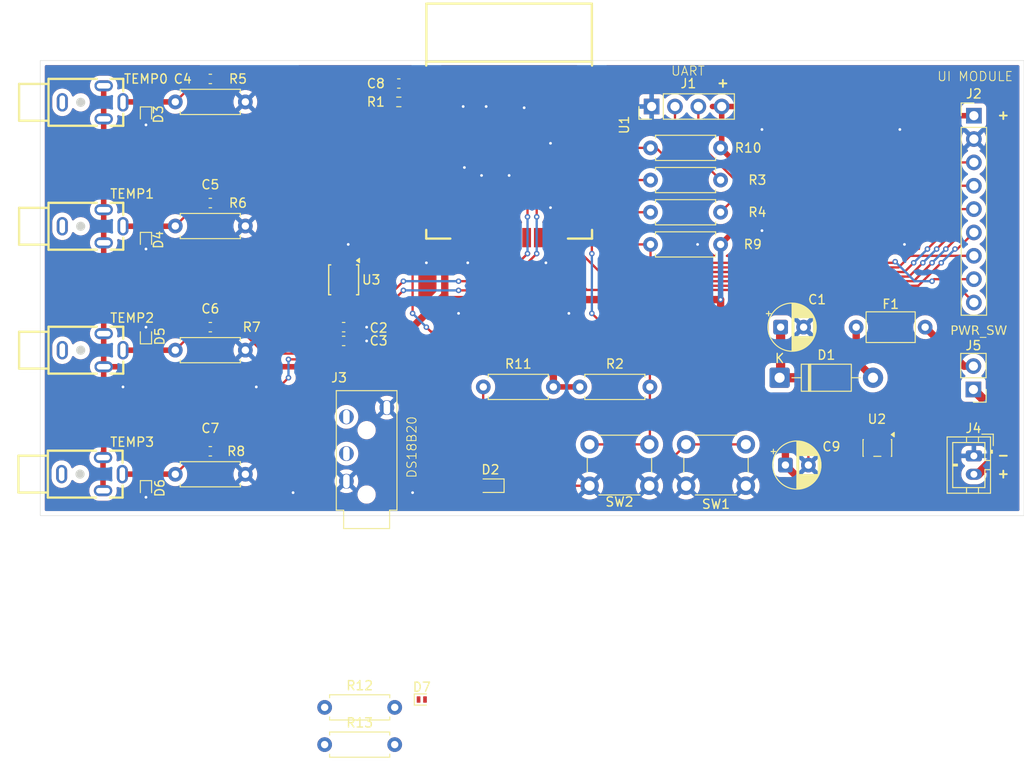
<source format=kicad_pcb>
(kicad_pcb (version 20241229) (generator "pcbnew") (generator_version "9.0")
  (layers (0 "F.Cu" signal) (2 "B.Cu" signal) (13 "F.Paste" user) (15 "B.Paste" user) (5 "F.SilkS" user "F.Silkscreen") (7 "B.SilkS" user "B.Silkscreen") (1 "F.Mask" user) (3 "B.Mask" user) (25 "Edge.Cuts" user))
  (net 0 "")
  (net 1 "GND")
  (net 2 "+3V3")
  (net 3 "/TEMP_IN0")
  (net 4 "/TEMP_IN1")
  (net 5 "/TEMP_IN2")
  (net 6 "/TEMP_IN3")
  (net 7 "Net-(D2-A)")
  (net 8 "Net-(J1-RX)")
  (net 9 "Net-(J1-TX)")
  (net 10 "ESP_ENC_BTN")
  (net 11 "ESP_ENC_B")
  (net 12 "ESP_SCL")
  (net 13 "ESP_BTN_BACK")
  (net 14 "ESP_SDA")
  (net 15 "ESP_ENC_A")
  (net 16 "ESP_BTN_CONFIRM")
  (net 17 "ESP_DAT_TEMP")
  (net 18 "/BATT_PROT")
  (net 19 "ESP_EN")
  (net 20 "ESP_IO0")
  (net 21 "ESP_TX")
  (net 22 "ESP_RX")
  (net 44 "Net-(D1-A)")
  (net 45 "/BATT_IN")
  (net 50 "Net-(J5-Pin_2)")
  (net 51 "Net-(D7-A2)")
  (footprint "Resistor_THT:R_Axial_DIN0207_L6.3mm_D2.5mm_P7.62mm_Horizontal" (layer "F.Cu") (at 84.69 40.5)
    (property "Reference" "R6")
    (property "Value" "100K")
  )
  (footprint "Diode_SMD:D_SOD-882" (layer "F.Cu") (at 81.5 69 -90)
    (property "Reference" "D6")
    (property "Value" "H3V3N10B")
  )
  (footprint "Resistor_THT:R_Axial_DIN0207_L6.3mm_D2.5mm_P7.62mm_Horizontal" (layer "F.Cu") (at 84.69 27)
    (property "Reference" "R5")
    (property "Value" "100K")
  )
  (footprint "Capacitor_SMD:C_0603_1608Metric" (layer "F.Cu") (at 103 51.5)
    (property "Reference" "C2")
    (property "Value" "0.1uF")
  )
  (footprint "Resistor_THT:R_Axial_DIN0207_L6.3mm_D2.5mm_P7.62mm_Horizontal" (layer "F.Cu") (at 125.81 58 180)
    (property "Reference" "R11")
    (property "Value" "470R")
  )
  (footprint "Diode_SMD:D_SOD-882" (layer "F.Cu") (at 81.5 28.35 -90)
    (property "Reference" "D3")
    (property "Value" "H3V3N10B")
  )
  (footprint "Resistor_THT:R_Axial_DIN0207_L6.3mm_D2.5mm_P7.62mm_Horizontal" (layer "F.Cu") (at 128.69 58)
    (property "Reference" "R2")
    (property "Value" "10K")
  )
  (footprint "Resistor_THT:R_Axial_DIN0207_L6.3mm_D2.5mm_P7.62mm_Horizontal" (layer "F.Cu") (at 100.935 92.855)
    (property "Reference" "R12")
    (property "Value" "4K7")
  )
  (footprint "Package_SO:TSSOP-10_3x3mm_P0.5mm" (layer "F.Cu") (at 103 46.35 -90)
    (property "Reference" "U3")
    (property "Value" "ADS1115")
  )
  (footprint "Resistor_THT:R_Axial_DIN0207_L6.3mm_D2.5mm_P7.62mm_Horizontal" (layer "F.Cu") (at 144 35.5 180)
    (property "Reference" "R3")
    (property "Value" "330R")
  )
  (footprint "Connector_PinHeader_2.54mm:PinHeader_1x02_P2.54mm_Vertical" (layer "F.Cu") (at 171.5 58.275 180)
    (property "Reference" "J5")
    (property "Value" "PWR_SW")
  )
  (footprint "Capacitor_SMD:C_0603_1608Metric" (layer "F.Cu") (at 88.5 38)
    (property "Reference" "C5")
    (property "Value" "0.1uF")
  )
  (footprint "Capacitor_SMD:C_0603_1608Metric" (layer "F.Cu") (at 103 53)
    (property "Reference" "C3")
    (property "Value" "10uF")
  )
  (footprint "Diode_THT:D_DO-41_SOD81_P10.16mm_Horizontal" (layer "F.Cu") (at 150.42 57)
    (property "Reference" "D1")
    (property "Value" "1N5819")
  )
  (footprint "Capacitor_THT:CP_Radial_D5.0mm_P2.50mm" (layer "F.Cu") (at 151.05 66.5)
    (property "Reference" "C9")
    (property "Value" "10uF")
  )
  (footprint "Connector_Audio:PJ-320A_TRS" (layer "F.Cu") (at 103.3 73.405 90)
    (property "Reference" "J3")
    (property "Value" "DS18B20_CONNECTOR")
  )
  (footprint "Button_Switch_THT:SW_PUSH_6mm_H5mm" (layer "F.Cu") (at 146.75 68.75 180)
    (property "Reference" "SW1")
    (property "Value" "SW_ENABLE")
  )
  (footprint "Connector_Audio:Jack_2.5MM_PJ210B" (layer "F.Cu") (at 75.7 27.045201 -90)
    (property "Reference" "TEMP0")
    (property "Value" "100K")
    (fp_poly (pts (xy 0.495722 1.234737) (xy 0.46194 1.108658) (xy 0.396677 0.995619) (xy 0.304381 0.903323) (xy 0.191342 0.83806) (xy 0.065263 0.804278) (xy -0.065263 0.804278) (xy -0.191342 0.83806) (xy -0.304381 0.903323) (xy -0.396677 0.995619) (xy -0.46194 1.108658) (xy -0.495722 1.234737) (xy -0.495722 1.365263) (xy -0.46194 1.491342) (xy -0.396677 1.604381) (xy -0.304381 1.696677) (xy -0.191342 1.76194) (xy -0.065263 1.795722) (xy 0.065263 1.795722) (xy 0.191342 1.76194) (xy 0.304381 1.696677) (xy 0.396677 1.604381) (xy 0.46194 1.491342) (xy 0.495722 1.365263)) (fill yes) (layer "Edge.Cuts"))
  )
  (footprint "Capacitor_SMD:C_0603_1608Metric" (layer "F.Cu") (at 109 25 180)
    (property "Reference" "C8")
    (property "Value" "0.1uF")
  )
  (footprint "Resistor_THT:R_Axial_DIN0207_L6.3mm_D2.5mm_P7.62mm_Horizontal" (layer "F.Cu") (at 100.935 96.905)
    (property "Reference" "R13")
    (property "Value" "100R")
  )
  (footprint "Diode_SMD:D_SOD-882" (layer "F.Cu") (at 81.5 52.5 90)
    (property "Reference" "D5")
    (property "Value" "H3V3N10B")
  )
  (footprint "LED_SMD:LED_0603_1608Metric" (layer "F.Cu") (at 118.965784 68.744351 180)
    (property "Reference" "D2")
    (property "Value" "LED")
  )
  (footprint "Capacitor_SMD:C_0603_1608Metric" (layer "F.Cu") (at 88.5 65)
    (property "Reference" "C7")
    (property "Value" "0.1uF")
  )
  (footprint "Connector_JST:JST_PH_B2B-PH-K_1x02_P2.00mm_Vertical" (layer "F.Cu") (at 171.55 65.5 -90)
    (property "Reference" "J4")
    (property "Value" "BATT_CONN")
  )
  (footprint "Resistor_THT:R_Axial_DIN0207_L6.3mm_D2.5mm_P7.62mm_Horizontal" (layer "F.Cu") (at 84.69 67.5)
    (property "Reference" "R8")
    (property "Value" "100K")
  )
  (footprint "Capacitor_THT:C_Axial_L5.1mm_D3.1mm_P7.50mm_Horizontal" (layer "F.Cu") (at 166.25 51.5 180)
    (property "Reference" "F1")
    (property "Value" "RXE090")
  )
  (footprint "Connector_Audio:Jack_2.5MM_PJ210B" (layer "F.Cu") (at 75.628467 67.485034 -90)
    (property "Reference" "TEMP3")
    (property "Value" "100K")
    (fp_poly (pts (xy 0.495722 1.234737) (xy 0.46194 1.108658) (xy 0.396677 0.995619) (xy 0.304381 0.903323) (xy 0.191342 0.83806) (xy 0.065263 0.804278) (xy -0.065263 0.804278) (xy -0.191342 0.83806) (xy -0.304381 0.903323) (xy -0.396677 0.995619) (xy -0.46194 1.108658) (xy -0.495722 1.234737) (xy -0.495722 1.365263) (xy -0.46194 1.491342) (xy -0.396677 1.604381) (xy -0.304381 1.696677) (xy -0.191342 1.76194) (xy -0.065263 1.795722) (xy 0.065263 1.795722) (xy 0.191342 1.76194) (xy 0.304381 1.696677) (xy 0.396677 1.604381) (xy 0.46194 1.491342) (xy 0.495722 1.365263)) (fill yes) (layer "Edge.Cuts"))
  )
  (footprint "Connector_PinHeader_2.54mm:PinHeader_1x09_P2.54mm_Vertical" (layer "F.Cu") (at 171.55 28.5)
    (property "Reference" "J2")
    (property "Value" "UI_MODULE")
  )
  (footprint "Connector_Audio:Jack_2.5MM_PJ210B" (layer "F.Cu") (at 75.7 54.00509 -90)
    (property "Reference" "TEMP2")
    (property "Value" "100K")
    (fp_poly (pts (xy 0.495722 1.234737) (xy 0.46194 1.108658) (xy 0.396677 0.995619) (xy 0.304381 0.903323) (xy 0.191342 0.83806) (xy 0.065263 0.804278) (xy -0.065263 0.804278) (xy -0.191342 0.83806) (xy -0.304381 0.903323) (xy -0.396677 0.995619) (xy -0.46194 1.108658) (xy -0.495722 1.234737) (xy -0.495722 1.365263) (xy -0.46194 1.491342) (xy -0.396677 1.604381) (xy -0.304381 1.696677) (xy -0.191342 1.76194) (xy -0.065263 1.795722) (xy 0.065263 1.795722) (xy 0.191342 1.76194) (xy 0.304381 1.696677) (xy 0.396677 1.604381) (xy 0.46194 1.491342) (xy 0.495722 1.365263)) (fill yes) (layer "Edge.Cuts"))
  )
  (footprint "Capacitor_SMD:C_0603_1608Metric" (layer "F.Cu") (at 88.5 24.5)
    (property "Reference" "C4")
    (property "Value" "0.1uF")
  )
  (footprint "Connector_PinHeader_2.54mm:PinHeader_1x04_P2.54mm_Vertical" (layer "F.Cu") (at 136.5 27.5 90)
    (property "Reference" "J1")
    (property "Value" "UART")
  )
  (footprint "Diode_SMD:D_SOD-882" (layer "F.Cu") (at 81.5 42 -90)
    (property "Reference" "D4")
    (property "Value" "H3V3N10B")
  )
  (footprint "Resistor_THT:R_Axial_DIN0207_L6.3mm_D2.5mm_P7.62mm_Horizontal" (layer "F.Cu") (at 144 39 180)
    (property "Reference" "R4")
    (property "Value" "330R")
  )
  (footprint "Resistor_SMD:R_0603_1608Metric" (layer "F.Cu") (at 109 27)
    (property "Reference" "R1")
    (property "Value" "10K")
  )
  (footprint "Resistor_THT:R_Axial_DIN0207_L6.3mm_D2.5mm_P7.62mm_Horizontal" (layer "F.Cu") (at 136.38 32)
    (property "Reference" "R10")
    (property "Value" "4K7")
  )
  (footprint "Package_TO_SOT_SMD:SOT-23-5" (layer "F.Cu") (at 161.05 64.6375 -90)
    (property "Reference" "U2")
    (property "Value" "AP2112K-3.3")
  )
  (footprint "Diode_SMD:D_SOD-882" (layer "F.Cu") (at 111.5 92)
    (property "Reference" "D7")
    (property "Value" "H3V3N10B")
  )
  (footprint "Button_Switch_THT:SW_PUSH_6mm_H5mm" (layer "F.Cu") (at 136.25 68.75 180)
    (property "Reference" "SW2")
    (property "Value" "SW_BOOT")
  )
  (footprint "Module:ESP32_D0WD" (layer "F.Cu") (at 121 32.745217 -90)
    (property "Reference" "U1")
    (property "Value" "ESP32-WROOM-32D")
  )
  (footprint "Capacitor_THT:CP_Radial_D5.0mm_P2.50mm" (layer "F.Cu") (at 150.53 51.5)
    (property "Reference" "C1")
    (property "Value" "10uF")
  )
  (footprint "Resistor_THT:R_Axial_DIN0207_L6.3mm_D2.5mm_P7.62mm_Horizontal" (layer "F.Cu") (at 136.38 42.5)
    (property "Reference" "R9")
    (property "Value" "4K7")
  )
  (footprint "Resistor_THT:R_Axial_DIN0207_L6.3mm_D2.5mm_P7.62mm_Horizontal" (layer "F.Cu") (at 84.69 54)
    (property "Reference" "R7")
    (property "Value" "100K")
  )
  (footprint "Connector_Audio:Jack_2.5MM_PJ210B" (layer "F.Cu") (at 75.7 40.525145 -90)
    (property "Reference" "TEMP1")
    (property "Value" "100K")
    (fp_poly (pts (xy 0.495722 1.234737) (xy 0.46194 1.108658) (xy 0.396677 0.995619) (xy 0.304381 0.903323) (xy 0.191342 0.83806) (xy 0.065263 0.804278) (xy -0.065263 0.804278) (xy -0.191342 0.83806) (xy -0.304381 0.903323) (xy -0.396677 0.995619) (xy -0.46194 1.108658) (xy -0.495722 1.234737) (xy -0.495722 1.365263) (xy -0.46194 1.491342) (xy -0.396677 1.604381) (xy -0.304381 1.696677) (xy -0.191342 1.76194) (xy -0.065263 1.795722) (xy 0.065263 1.795722) (xy 0.191342 1.76194) (xy 0.304381 1.696677) (xy 0.396677 1.604381) (xy 0.46194 1.491342) (xy 0.495722 1.365263)) (fill yes) (layer "Edge.Cuts"))
  )
  (footprint "Capacitor_SMD:C_0603_1608Metric" (layer "F.Cu") (at 88.5 51.5)
    (property "Reference" "C6")
    (property "Value" "0.1uF")
  )
  (gr_rect (start 70 22.5) (end 177 72) (stroke (width 0.05)) (fill no) (layer "Edge.Cuts"))
  (gr_text "DS18B20" (at 111 68 90) (layer "F.SilkS") (effects (font (size 1 1) (thickness 0.1)) (justify left bottom)))
  (gr_text "+" (at 174 29 0) (layer "F.SilkS") (effects (font (size 1 1) (thickness 0.2) (bold yes)) (justify left bottom)))
  (gr_text "UI MODULE" (at 167.5 24.816947 0) (layer "F.SilkS") (effects (font (size 1 1) (thickness 0.1)) (justify left bottom)))
  (gr_text "+" (at 143.5 25.5 0) (layer "F.SilkS") (effects (font (size 1 1) (thickness 0.2) (bold yes)) (justify left bottom)))
  (gr_text "+" (at 174 68 0) (layer "F.SilkS") (effects (font (size 1 1) (thickness 0.2)) (justify left bottom)))
  (gr_text "PWR_SW" (at 169 52.5 0) (layer "F.SilkS") (effects (font (size 1 1) (thickness 0.1)) (justify left bottom)))
  (gr_text "UART" (at 138.550614 24.219561 0) (layer "F.SilkS") (effects (font (size 1 1) (thickness 0.1)) (justify left bottom)))
  (gr_text "-" (at 174 66 0) (layer "F.SilkS") (effects (font (size 1 1) (thickness 0.2)) (justify left bottom)))
  (segment (start 109.475 23.75) (end 112.25 23.75) (width 0.25) (layer "F.Cu") (net 1))
  (segment (start 119.758933 68.75) (end 119.753284 68.744351) (width 0.25) (layer "F.Cu") (net 1))
  (segment (start 92.31 54) (end 89.81 51.5) (width 0.25) (layer "F.Cu") (net 1))
  (segment (start 103 43) (end 103.5 42.5) (width 0.25) (layer "F.Cu") (net 1))
  (segment (start 118.1 30.77) (end 116 28.67) (width 0.25) (layer "F.Cu") (net 1))
  (segment (start 92.31 40.5) (end 89.81 38) (width 0.25) (layer "F.Cu") (net 1))
  (segment (start 81.5 42.35) (end 81.5 43) (width 0.5) (layer "F.Cu") (net 1))
  (segment (start 154.046717 62.053283) (end 153.55 62.55) (width 0.25) (layer "F.Cu") (net 1))
  (segment (start 89.81 38) (end 89.275 38) (width 0.25) (layer "F.Cu") (net 1))
  (segment (start 116 26.5) (end 116 27.5) (width 0.25) (layer "F.Cu") (net 1))
  (segment (start 89.81 24.5) (end 89.275 24.5) (width 0.25) (layer "F.Cu") (net 1))
  (segment (start 104 44.2) (end 104 43) (width 0.25) (layer "F.Cu") (net 1))
  (segment (start 115.29 34.98) (end 116.135 34.135) (width 0.25) (layer "F.Cu") (net 1))
  (segment (start 115.29 41.51) (end 115.29 34.98) (width 0.25) (layer "F.Cu") (net 1))
  (segment (start 89.81 51.5) (end 89.275 51.5) (width 0.25) (layer "F.Cu") (net 1))
  (segment (start 104 43) (end 103.5 42.5) (width 0.25) (layer "F.Cu") (net 1))
  (segment (start 129.75 68.75) (end 119.758933 68.75) (width 0.25) (layer "F.Cu") (net 1))
  (segment (start 81.5 52.15) (end 81.5 51.5) (width 0.5) (layer "F.Cu") (net 1))
  (segment (start 103.775 51.5) (end 105.5 51.5) (width 0.25) (layer "F.Cu") (net 1))
  (segment (start 103 44.2) (end 103 43) (width 0.25) (layer "F.Cu") (net 1))
  (segment (start 113.25 23.75) (end 116 26.5) (width 0.25) (layer "F.Cu") (net 1))
  (segment (start 103.775 53) (end 105.5 53) (width 0.25) (layer "F.Cu") (net 1))
  (segment (start 92.31 27) (end 89.81 24.5) (width 0.25) (layer "F.Cu") (net 1))
  (segment (start 153.55 62.55) (end 153.55 66.5) (width 0.25) (layer "F.Cu") (net 1))
  (segment (start 81.5 69.35) (end 81.5 70) (width 0.5) (layer "F.Cu") (net 1))
  (segment (start 81.5 28.7) (end 81.5 29.5) (width 0.5) (layer "F.Cu") (net 1))
  (segment (start 89.81 65) (end 89.275 65) (width 0.25) (layer "F.Cu") (net 1))
  (segment (start 160.446717 62.053283) (end 154.046717 62.053283) (width 0.25) (layer "F.Cu") (net 1))
  (segment (start 126.52 23.75) (end 122.635 27.635) (width 0.25) (layer "F.Cu") (net 1))
  (segment (start 92.31 67.5) (end 89.81 65) (width 0.25) (layer "F.Cu") (net 1))
  (segment (start 108.225 25) (end 109.475 23.75) (width 0.25) (layer "F.Cu") (net 1))
  (segment (start 122.635 27.635) (end 120.2 30.07) (width 0.25) (layer "F.Cu") (net 1))
  (segment (start 129.75 23.75) (end 126.52 23.75) (width 0.25) (layer "F.Cu") (net 1))
  (segment (start 161.05 62.656566) (end 160.446717 62.053283) (width 0.25) (layer "F.Cu") (net 1))
  (segment (start 116 28.67) (end 116 27.5) (width 0.25) (layer "F.Cu") (net 1))
  (segment (start 116.135 34.135) (end 118.1 32.17) (width 0.25) (layer "F.Cu") (net 1))
  (segment (start 112.25 23.75) (end 113.25 23.75) (width 0.25) (layer "F.Cu") (net 1))
  (segment (start 161.05 63.5) (end 161.05 62.656566) (width 0.25) (layer "F.Cu") (net 1))
  (via (at 97.5 69.5) (size 0.6) (drill 0.3) (layers "F.Cu" "B.Cu") (net 1))
  (via (at 93.5 58) (size 0.6) (drill 0.3) (layers "F.Cu" "B.Cu") (net 1))
  (via (at 112 44.5) (size 0.6) (drill 0.3) (layers "F.Cu" "B.Cu") (net 1))
  (via (at 105.5 51.5) (size 0.6) (drill 0.3) (layers "F.Cu" "B.Cu") (net 1))
  (via (at 116 27.5) (size 0.6) (drill 0.3) (layers "F.Cu" "B.Cu") (net 1))
  (via (at 125 44.5) (size 0.6) (drill 0.3) (layers "F.Cu" "B.Cu") (net 1))
  (via (at 122.635 27.635) (size 0.6) (drill 0.3) (layers "F.Cu" "B.Cu") (net 1))
  (via (at 141.5 42.5) (size 0.6) (drill 0.3) (layers "F.Cu" "B.Cu") (net 1))
  (via (at 148.5 41) (size 0.6) (drill 0.3) (layers "F.Cu" "B.Cu") (net 1))
  (via (at 125.5 31.5) (size 0.6) (drill 0.3) (layers "F.Cu" "B.Cu") (net 1))
  (via (at 81.5 70) (size 0.6) (drill 0.3) (layers "F.Cu" "B.Cu") (net 1))
  (via (at 79 58) (size 0.6) (drill 0.3) (layers "F.Cu" "B.Cu") (net 1))
  (via (at 81.5 51.5) (size 0.6) (drill 0.3) (layers "F.Cu" "B.Cu") (net 1))
  (via (at 116.135 34.135) (size 0.6) (drill 0.3) (layers "F.Cu" "B.Cu") (net 1))
  (via (at 121 35) (size 0.6) (drill 0.3) (layers "F.Cu" "B.Cu") (net 1))
  (via (at 148.5 30) (size 0.6) (drill 0.3) (layers "F.Cu" "B.Cu") (net 1))
  (via (at 127.5 50) (size 0.6) (drill 0.3) (layers "F.Cu" "B.Cu") (net 1))
  (via (at 81.5 29.5) (size 0.6) (drill 0.3) (layers "F.Cu" "B.Cu") (net 1))
  (via (at 118.5 27.5) (size 0.6) (drill 0.3) (layers "F.Cu" "B.Cu") (net 1))
  (via (at 116.5 44.5) (size 0.6) (drill 0.3) (layers "F.Cu" "B.Cu") (net 1))
  (via (at 103.5 42.5) (size 0.6) (drill 0.3) (layers "F.Cu" "B.Cu") (net 1))
  (via (at 81.5 43) (size 0.6) (drill 0.3) (layers "F.Cu" "B.Cu") (net 1))
  (via (at 110.5 69.5) (size 0.6) (drill 0.3) (layers "F.Cu" "B.Cu") (net 1))
  (via (at 115.5 50) (size 0.6) (drill 0.3) (layers "F.Cu" "B.Cu") (net 1))
  (via (at 105.5 53) (size 0.6) (drill 0.3) (layers "F.Cu" "B.Cu") (net 1))
  (via (at 125.5 38.5) (size 0.6) (drill 0.3) (layers "F.Cu" "B.Cu") (net 1))
  (via (at 118 35) (size 0.6) (drill 0.3) (layers "F.Cu" "B.Cu") (net 1))
  (via (at 163.5 30) (size 0.6) (drill 0.3) (layers "F.Cu" "B.Cu") (net 1))
  (via (at 164 42.5) (size 0.6) (drill 0.3) (layers "F.Cu" "B.Cu") (net 1))
  (segment (start 125.81 58) (end 125.81 48.503404) (width 0.8) (layer "F.Cu") (net 2))
  (segment (start 151.05 61.55) (end 144 54.5) (width 0.8) (layer "F.Cu") (net 2))
  (segment (start 143.12 27.5) (end 168.5 27.5) (width 0.6) (layer "F.Cu") (net 2))
  (segment (start 113.48 25.02) (end 112.25 25.02) (width 0.8) (layer "F.Cu") (net 2))
  (segment (start 125.81 48.503404) (end 125.813404 48.5) (width 0.8) (layer "F.Cu") (net 2))
  (segment (start 108.175 27) (end 108.175 26.6) (width 0.6) (layer "F.Cu") (net 2))
  (segment (start 102.225 53.225) (end 103.5 54.5) (width 0.8) (layer "F.Cu") (net 2))
  (segment (start 152.55 68) (end 151.05 66.5) (width 0.8) (layer "F.Cu") (net 2))
  (segment (start 144 32) (end 146.5 34.5) (width 0.6) (layer "F.Cu") (net 2))
  (segment (start 103 48.5) (end 103 50.725) (width 0.25) (layer "F.Cu") (net 2))
  (segment (start 76.9 55.80509) (end 99.41991 55.80509) (width 0.6) (layer "F.Cu") (net 2))
  (segment (start 114 48) (end 113.601 48.399) (width 0.8) (layer "F.Cu") (net 2))
  (segment (start 162 65.775) (end 159.775 68) (width 0.8) (layer "F.Cu") (net 2))
  (segment (start 125.81 58) (end 128.69 58) (width 0.6) (layer "F.Cu") (net 2))
  (segment (start 76.828467 69.285034) (end 76.828467 65.685034) (width 0.6) (layer "F.Cu") (net 2))
  (segment (start 144.12 27.5) (end 144.12 31.88) (width 0.6) (layer "F.Cu") (net 2))
  (segment (start 144 48.5) (end 144 54.5) (width 0.8) (layer "F.Cu") (net 2))
  (segment (start 168.5 27.5) (end 169.5 28.5) (width 0.6) (layer "F.Cu") (net 2))
  (segment (start 146.5 34.5) (end 146.5 40) (width 0.6) (layer "F.Cu") (net 2))
  (segment (start 113.601 25.141) (end 113.48 25.02) (width 0.6) (layer "F.Cu") (net 2))
  (segment (start 113.702 48.5) (end 113.601 48.399) (width 0.8) (layer "F.Cu") (net 2))
  (segment (start 151.05 66.5) (end 151.05 61.55) (width 0.8) (layer "F.Cu") (net 2))
  (segment (start 169.5 28.5) (end 171.55 28.5) (width 0.6) (layer "F.Cu") (net 2))
  (segment (start 102.225 53) (end 102.225 51.5) (width 0.6) (layer "F.Cu") (net 2))
  (segment (start 146.5 40) (end 144 42.5) (width 0.6) (layer "F.Cu") (net 2))
  (segment (start 76.828467 65.685034) (end 76.828467 65.171533) (width 0.6) (layer "F.Cu") (net 2))
  (segment (start 76.9 28.845201) (end 76.9 25.245201) (width 0.6) (layer "F.Cu") (net 2))
  (segment (start 76.9 65.1) (end 76.9 55.80509) (width 0.6) (layer "F.Cu") (net 2))
  (segment (start 144.12 31.88) (end 144 32) (width 0.6) (layer "F.Cu") (net 2))
  (segment (start 99.41991 55.80509) (end 102.225 53) (width 0.6) (layer "F.Cu") (net 2))
  (segment (start 114 25.54) (end 114 48) (width 0.8) (layer "F.Cu") (net 2))
  (segment (start 103.5 54.5) (end 107.5 54.5) (width 0.8) (layer "F.Cu") (net 2))
  (segment (start 76.9 55.80509) (end 76.9 52.20509) (width 0.6) (layer "F.Cu") (net 2))
  (segment (start 125.813404 48.5) (end 144 48.5) (width 0.8) (layer "F.Cu") (net 2))
  (segment (start 107.5 54.5) (end 113.601 48.399) (width 0.8) (layer "F.Cu") (net 2))
  (segment (start 159.775 68) (end 152.55 68) (width 0.8) (layer "F.Cu") (net 2))
  (segment (start 109.775 25) (end 112.23 25) (width 0.8) (layer "F.Cu") (net 2))
  (segment (start 76.9 42.325145) (end 76.9 38.725145) (width 0.6) (layer "F.Cu") (net 2))
  (segment (start 102.225 53) (end 102.225 53.225) (width 0.8) (layer "F.Cu") (net 2))
  (segment (start 76.9 52.20509) (end 76.9 42.325145) (width 0.6) (layer "F.Cu") (net 2))
  (segment (start 76.9 38.725145) (end 76.9 28.845201) (width 0.6) (layer "F.Cu") (net 2))
  (segment (start 125.813404 48.5) (end 113.702 48.5) (width 0.8) (layer "F.Cu") (net 2))
  (segment (start 103 50.725) (end 102.225 51.5) (width 0.25) (layer "F.Cu") (net 2))
  (segment (start 113.601 25.141) (end 114 25.54) (width 0.8) (layer "F.Cu") (net 2))
  (segment (start 108.175 26.6) (end 109.775 25) (width 0.6) (layer "F.Cu") (net 2))
  (segment (start 112.23 25) (end 112.25 25.02) (width 0.8) (layer "F.Cu") (net 2))
  (segment (start 76.828467 65.171533) (end 76.9 65.1) (width 0.6) (layer "F.Cu") (net 2))
  (via (at 144 48.5) (size 0.6) (drill 0.3) (layers "F.Cu" "B.Cu") (net 2))
  (segment (start 144 42.5) (end 144 48.5) (width 0.6) (layer "B.Cu") (net 2))
  (segment (start 81.5 27) (end 79.045201 27) (width 0.6) (layer "F.Cu") (net 3))
  (segment (start 84.69 27) (end 81.5 27) (width 0.6) (layer "F.Cu") (net 3))
  (segment (start 81.5 28) (end 81.5 27) (width 0.5) (layer "F.Cu") (net 3))
  (segment (start 87.725 23.775) (end 88 23.5) (width 0.25) (layer "F.Cu") (net 3))
  (segment (start 79.045201 27) (end 79 27.045201) (width 0.6) (layer "F.Cu") (net 3))
  (segment (start 84.69 27) (end 87.19 24.5) (width 0.25) (layer "F.Cu") (net 3))
  (segment (start 97.5 23.5) (end 102.5 28.5) (width 0.25) (layer "F.Cu") (net 3))
  (segment (start 102.5 28.5) (end 102.5 44.2) (width 0.25) (layer "F.Cu") (net 3))
  (segment (start 87.725 24.5) (end 87.725 23.775) (width 0.25) (layer "F.Cu") (net 3))
  (segment (start 87.19 24.5) (end 87.725 24.5) (width 0.25) (layer "F.Cu") (net 3))
  (segment (start 88 23.5) (end 97.5 23.5) (width 0.25) (layer "F.Cu") (net 3))
  (segment (start 84.69 40.5) (end 87.19 38) (width 0.25) (layer "F.Cu") (net 4))
  (segment (start 88 37) (end 87.725 37.275) (width 0.25) (layer "F.Cu") (net 4))
  (segment (start 79 40.525145) (end 81.5 40.525145) (width 0.6) (layer "F.Cu") (net 4))
  (segment (start 102 44.2) (end 102 41) (width 0.25) (layer "F.Cu") (net 4))
  (segment (start 81.5 40.525145) (end 81.5 41.65) (width 0.5) (layer "F.Cu") (net 4))
  (segment (start 98 37) (end 88 37) (width 0.25) (layer "F.Cu") (net 4))
  (segment (start 102 41) (end 98 37) (width 0.25) (layer "F.Cu") (net 4))
  (segment (start 87.19 38) (end 87.725 38) (width 0.25) (layer "F.Cu") (net 4))
  (segment (start 81.5 40.525145) (end 84.664855 40.525145) (width 0.6) (layer "F.Cu") (net 4))
  (segment (start 84.664855 40.525145) (end 84.69 40.5) (width 0.6) (layer "F.Cu") (net 4))
  (segment (start 87.725 37.275) (end 87.725 38) (width 0.25) (layer "F.Cu") (net 4))
  (segment (start 84.69 54) (end 87.19 51.5) (width 0.25) (layer "F.Cu") (net 5))
  (segment (start 81.5 54.00509) (end 84.68491 54.00509) (width 0.6) (layer "F.Cu") (net 5))
  (segment (start 87.725 50.775) (end 88 50.5) (width 0.25) (layer "F.Cu") (net 5))
  (segment (start 87.19 51.5) (end 87.725 51.5) (width 0.25) (layer "F.Cu") (net 5))
  (segment (start 102 49.826724) (end 102 48.5) (width 0.25) (layer "F.Cu") (net 5))
  (segment (start 87.725 51.5) (end 87.725 50.775) (width 0.25) (layer "F.Cu") (net 5))
  (segment (start 100.549 51.277724) (end 102 49.826724) (width 0.25) (layer "F.Cu") (net 5))
  (segment (start 79 54.00509) (end 81.5 54.00509) (width 0.6) (layer "F.Cu") (net 5))
  (segment (start 100.549 52.81319) (end 100.549 51.277724) (width 0.25) (layer "F.Cu") (net 5))
  (segment (start 98.874 54.374) (end 100.549 52.81319) (width 0.25) (layer "F.Cu") (net 5))
  (segment (start 81.5 52.85) (end 81.5 54.00509) (width 0.5) (layer "F.Cu") (net 5))
  (segment (start 94.374 54.374) (end 98.874 54.374) (width 0.25) (layer "F.Cu") (net 5))
  (segment (start 90.5 50.5) (end 94.374 54.374) (width 0.25) (layer "F.Cu") (net 5))
  (segment (start 84.68491 54.00509) (end 84.69 54) (width 0.6) (layer "F.Cu") (net 5))
  (segment (start 88 50.5) (end 90.5 50.5) (width 0.25) (layer "F.Cu") (net 5))
  (segment (start 81.5 67.485034) (end 81.5 68.65) (width 0.5) (layer "F.Cu") (net 6))
  (segment (start 84.69 67.5) (end 87.19 65) (width 0.25) (layer "F.Cu") (net 6))
  (segment (start 99 55) (end 101 53) (width 0.25) (layer "F.Cu") (net 6))
  (segment (start 87.725 65) (end 87.725 64.275) (width 0.25) (layer "F.Cu") (net 6))
  (segment (start 84.675034 67.485034) (end 84.69 67.5) (width 0.6) (layer "F.Cu") (net 6))
  (segment (start 101 51.464534) (end 102.5 49.964534) (width 0.25) (layer "F.Cu") (net 6))
  (segment (start 87.19 65) (end 87.725 65) (width 0.25) (layer "F.Cu") (net 6))
  (segment (start 102.5 49.964534) (end 102.5 48.5) (width 0.25) (layer "F.Cu") (net 6))
  (segment (start 81.5 67.485034) (end 84.675034 67.485034) (width 0.6) (layer "F.Cu") (net 6))
  (segment (start 101 53) (end 101 51.464534) (width 0.25) (layer "F.Cu") (net 6))
  (segment (start 87.725 64.275) (end 88.5 63.5) (width 0.25) (layer "F.Cu") (net 6))
  (segment (start 78.928467 67.485034) (end 81.5 67.485034) (width 0.6) (layer "F.Cu") (net 6))
  (segment (start 88.5 63.5) (end 90.5 63.5) (width 0.25) (layer "F.Cu") (net 6))
  (segment (start 97 55) (end 99 55) (width 0.25) (layer "F.Cu") (net 6))
  (segment (start 90.5 63.5) (end 97 57) (width 0.25) (layer "F.Cu") (net 6))
  (via (at 97 57) (size 0.6) (drill 0.3) (layers "F.Cu" "B.Cu") (net 6))
  (via (at 97 55) (size 0.6) (drill 0.3) (layers "F.Cu" "B.Cu") (net 6))
  (segment (start 97 55) (end 97 57) (width 0.25) (layer "B.Cu") (net 6))
  (segment (start 118.178284 58.011716) (end 118.19 58) (width 0.25) (layer "F.Cu") (net 7))
  (segment (start 118.178284 68.744351) (end 118.178284 58.011716) (width 0.25) (layer "F.Cu") (net 7))
  (segment (start 144 39) (end 145.5 37.5) (width 0.25) (layer "F.Cu") (net 8))
  (segment (start 145.5 35.407595) (end 145.5 37.5) (width 0.25) (layer "F.Cu") (net 8))
  (segment (start 141.58 27.5) (end 141.58 31.487595) (width 0.25) (layer "F.Cu") (net 8))
  (segment (start 141.58 31.487595) (end 145.5 35.407595) (width 0.25) (layer "F.Cu") (net 8))
  (segment (start 139.04 27.5) (end 139.04 30.54) (width 0.25) (layer "F.Cu") (net 9))
  (segment (start 139.04 30.54) (end 144 35.5) (width 0.25) (layer "F.Cu") (net 9))
  (segment (start 169.5 43) (end 169.75 43) (width 0.25) (layer "F.Cu") (net 10))
  (segment (start 128 42.63781) (end 132.36219 47) (width 0.25) (layer "F.Cu") (net 10))
  (segment (start 128.529783 38.970217) (end 128 39.5) (width 0.25) (layer "F.Cu") (net 10))
  (segment (start 169.75 43) (end 171.55 41.2) (width 0.25) (layer "F.Cu") (net 10))
  (segment (start 165.5 47) (end 168 44.5) (width 0.25) (layer "F.Cu") (net 10))
  (segment (start 164.5 47) (end 165.5 47) (width 0.25) (layer "F.Cu") (net 10))
  (segment (start 130 38.970217) (end 128.529783 38.970217) (width 0.25) (layer "F.Cu") (net 10))
  (segment (start 128 39.5) (end 128 42.63781) (width 0.25) (layer "F.Cu") (net 10))
  (segment (start 132.36219 47) (end 164.5 47) (width 0.25) (layer "F.Cu") (net 10))
  (via (at 168 44.5) (size 0.6) (drill 0.3) (layers "F.Cu" "B.Cu") (net 10))
  (via (at 169.5 43) (size 0.6) (drill 0.3) (layers "F.Cu" "B.Cu") (net 10))
  (segment (start 168 44.5) (end 169.5 43) (width 0.25) (layer "B.Cu") (net 10))
  (segment (start 132 45.36219) (end 132 37) (width 0.25) (layer "F.Cu") (net 11))
  (segment (start 169 36.5) (end 169.38 36.12) (width 0.25) (layer "F.Cu") (net 11))
  (segment (start 169.38 36.12) (end 171.55 36.12) (width 0.25) (layer "F.Cu") (net 11))
  (segment (start 164 46) (end 132.63781 46) (width 0.25) (layer "F.Cu") (net 11))
  (segment (start 132.63781 46) (end 132 45.36219) (width 0.25) (layer "F.Cu") (net 11))
  (segment (start 169 41.5) (end 169 36.5) (width 0.25) (layer "F.Cu") (net 11))
  (segment (start 164.5 46) (end 166 44.5) (width 0.25) (layer "F.Cu") (net 11))
  (segment (start 131.430217 36.430217) (end 130 36.430217) (width 0.25) (layer "F.Cu") (net 11))
  (segment (start 167.5 43) (end 169 41.5) (width 0.25) (layer "F.Cu") (net 11))
  (segment (start 164 46) (end 164.5 46) (width 0.25) (layer "F.Cu") (net 11))
  (segment (start 132 37) (end 131.430217 36.430217) (width 0.25) (layer "F.Cu") (net 11))
  (via (at 166 44.5) (size 0.6) (drill 0.3) (layers "F.Cu" "B.Cu") (net 11))
  (via (at 167.5 43) (size 0.6) (drill 0.3) (layers "F.Cu" "B.Cu") (net 11))
  (segment (start 166 44.5) (end 167.5 43) (width 0.25) (layer "B.Cu") (net 11))
  (segment (start 129.75 26.29) (end 128.21 26.29) (width 0.25) (layer "F.Cu") (net 12))
  (segment (start 137 32) (end 136.38 32) (width 0.25) (layer "F.Cu") (net 12))
  (segment (start 104 49.36219) (end 104 48.5) (width 0.25) (layer "F.Cu") (net 12))
  (segment (start 167.22 46.28) (end 167 46.5) (width 0.25) (layer "F.Cu") (net 12))
  (segment (start 133.270217 26.270217) (end 134.5 27.5) (width 0.25) (layer "F.Cu") (net 12))
  (segment (start 134.5 31.5) (end 135 32) (width 0.25) (layer "F.Cu") (net 12))
  (segment (start 162.865134 44.5) (end 139 44.5) (width 0.25) (layer "F.Cu") (net 12))
  (segment (start 135 32) (end 136.38 32) (width 0.25) (layer "F.Cu") (net 12))
  (segment (start 139 44.5) (end 138 43.5) (width 0.25) (layer "F.Cu") (net 12))
  (segment (start 123 43.5) (end 120 46.5) (width 0.25) (layer "F.Cu") (net 12))
  (segment (start 138 43.5) (end 138 33) (width 0.25) (layer "F.Cu") (net 12))
  (segment (start 123 31.5) (end 123 39.5) (width 0.25) (layer "F.Cu") (net 12))
  (segment (start 134.5 27.5) (end 134.5 31.5) (width 0.25) (layer "F.Cu") (net 12))
  (segment (start 138 33) (end 137 32) (width 0.25) (layer "F.Cu") (net 12))
  (segment (start 123 31.5) (end 128.21 26.29) (width 0.25) (layer "F.Cu") (net 12))
  (segment (start 109.5 46.5) (end 106 50) (width 0.25) (layer "F.Cu") (net 12))
  (segment (start 130 26.270217) (end 133.270217 26.270217) (width 0.25) (layer "F.Cu") (net 12))
  (segment (start 120 46.5) (end 115.5 46.5) (width 0.25) (layer "F.Cu") (net 12))
  (segment (start 171.55 46.28) (end 167.22 46.28) (width 0.25) (layer "F.Cu") (net 12))
  (segment (start 104.63781 50) (end 104 49.36219) (width 0.25) (layer "F.Cu") (net 12))
  (segment (start 106 50) (end 104.63781 50) (width 0.25) (layer "F.Cu") (net 12))
  (segment (start 162.990134 44.375) (end 162.865134 44.5) (width 0.25) (layer "F.Cu") (net 12))
  (via (at 123 43.5) (size 0.6) (drill 0.3) (layers "F.Cu" "B.Cu") (net 12))
  (via (at 115.5 46.5) (size 0.6) (drill 0.3) (layers "F.Cu" "B.Cu") (net 12))
  (via (at 167 46.5) (size 0.6) (drill 0.3) (layers "F.Cu" "B.Cu") (net 12))
  (via (at 162.990134 44.375) (size 0.6) (drill 0.3) (layers "F.Cu" "B.Cu") (net 12))
  (via (at 123 39.5) (size 0.6) (drill 0.3) (layers "F.Cu" "B.Cu") (net 12))
  (via (at 109.5 46.5) (size 0.6) (drill 0.3) (layers "F.Cu" "B.Cu") (net 12))
  (segment (start 115.5 46.5) (end 109.5 46.5) (width 0.25) (layer "B.Cu") (net 12))
  (segment (start 167 46.5) (end 165.115134 46.5) (width 0.25) (layer "B.Cu") (net 12))
  (segment (start 165.115134 46.5) (end 162.990134 44.375) (width 0.25) (layer "B.Cu") (net 12))
  (segment (start 123 39.5) (end 123 43.5) (width 0.25) (layer "B.Cu") (net 12))
  (segment (start 168.5 41) (end 168.5 34) (width 0.25) (layer "F.Cu") (net 13))
  (segment (start 163.86219 45.5) (end 133 45.5) (width 0.25) (layer "F.Cu") (net 13))
  (segment (start 132.5 34.5) (end 131.890217 33.890217) (width 0.25) (layer "F.Cu") (net 13))
  (segment (start 166.5 43) (end 168.5 41) (width 0.25) (layer "F.Cu") (net 13))
  (segment (start 133 45.5) (end 132.5 45) (width 0.25) (layer "F.Cu") (net 13))
  (segment (start 131.890217 33.890217) (end 130 33.890217) (width 0.25) (layer "F.Cu") (net 13))
  (segment (start 168.5 34) (end 168.92 33.58) (width 0.25) (layer "F.Cu") (net 13))
  (segment (start 132.5 45) (end 132.5 34.5) (width 0.25) (layer "F.Cu") (net 13))
  (segment (start 163.86219 45.5) (end 164 45.5) (width 0.25) (layer "F.Cu") (net 13))
  (segment (start 164 45.5) (end 165 44.5) (width 0.25) (layer "F.Cu") (net 13))
  (segment (start 168.92 33.58) (end 171.55 33.58) (width 0.25) (layer "F.Cu") (net 13))
  (via (at 165 44.5) (size 0.6) (drill 0.3) (layers "F.Cu" "B.Cu") (net 13))
  (via (at 166.5 43) (size 0.6) (drill 0.3) (layers "F.Cu" "B.Cu") (net 13))
  (segment (start 165 44.5) (end 166.5 43) (width 0.25) (layer "B.Cu") (net 13))
  (segment (start 132.580217 30.080217) (end 133 30.5) (width 0.25) (layer "F.Cu") (net 14))
  (segment (start 163.364153 45) (end 137.5 45) (width 0.25) (layer "F.Cu") (net 14))
  (segment (start 137.5 45) (end 136.38 43.88) (width 0.25) (layer "F.Cu") (net 14))
  (segment (start 115.5 47.5) (end 120 47.5) (width 0.25) (layer "F.Cu") (net 14))
  (segment (start 103.5 49.5) (end 103.5 48.5) (width 0.25) (layer "F.Cu") (net 14))
  (segment (start 106.5 50.5) (end 104.5 50.5) (width 0.25) (layer "F.Cu") (net 14))
  (segment (start 136.38 43.88) (end 136.38 42.5) (width 0.25) (layer "F.Cu") (net 14))
  (segment (start 128.75 30.1) (end 124 34.85) (width 0.25) (layer "F.Cu") (net 14))
  (segment (start 133 30.5) (end 133 41.5) (width 0.25) (layer "F.Cu") (net 14))
  (segment (start 171.55 43.74) (end 164.624153 43.74) (width 0.25) (layer "F.Cu") (net 14))
  (segment (start 124 43.5) (end 120 47.5) (width 0.25) (layer "F.Cu") (net 14))
  (segment (start 124 34.85) (end 124 39.5) (width 0.25) (layer "F.Cu") (net 14))
  (segment (start 130 30.080217) (end 132.580217 30.080217) (width 0.25) (layer "F.Cu") (net 14))
  (segment (start 109.5 47.5) (end 106.5 50.5) (width 0.25) (layer "F.Cu") (net 14))
  (segment (start 129.75 30.1) (end 128.75 30.1) (width 0.25) (layer "F.Cu") (net 14))
  (segment (start 134 42.5) (end 136.38 42.5) (width 0.25) (layer "F.Cu") (net 14))
  (segment (start 133 41.5) (end 134 42.5) (width 0.25) (layer "F.Cu") (net 14))
  (segment (start 104.5 50.5) (end 103.5 49.5) (width 0.25) (layer "F.Cu") (net 14))
  (segment (start 164.624153 43.74) (end 163.364153 45) (width 0.25) (layer "F.Cu") (net 14))
  (via (at 124 43.5) (size 0.6) (drill 0.3) (layers "F.Cu" "B.Cu") (net 14))
  (via (at 124 39.5) (size 0.6) (drill 0.3) (layers "F.Cu" "B.Cu") (net 14))
  (via (at 115.5 47.5) (size 0.6) (drill 0.3) (layers "F.Cu" "B.Cu") (net 14))
  (via (at 109.5 47.5) (size 0.6) (drill 0.3) (layers "F.Cu" "B.Cu") (net 14))
  (segment (start 109.5 47.5) (end 115.5 47.5) (width 0.25) (layer "B.Cu") (net 14))
  (segment (start 124 39.5) (end 124 43.5) (width 0.25) (layer "B.Cu") (net 14))
  (segment (start 169.5 39) (end 169.84 38.66) (width 0.25) (layer "F.Cu") (net 15))
  (segment (start 168.5 43) (end 169.5 42) (width 0.25) (layer "F.Cu") (net 15))
  (segment (start 131.200217 37.700217) (end 131.5 38) (width 0.25) (layer "F.Cu") (net 15))
  (segment (start 132.5 46.5) (end 164.13781 46.5) (width 0.25) (layer "F.Cu") (net 15))
  (segment (start 131.5 38) (end 131.5 45.5) (width 0.25) (layer "F.Cu") (net 15))
  (segment (start 130 37.700217) (end 131.200217 37.700217) (width 0.25) (layer "F.Cu") (net 15))
  (segment (start 131.5 45.5) (end 132.5 46.5) (width 0.25) (layer "F.Cu") (net 15))
  (segment (start 169.5 42) (end 169.5 39) (width 0.25) (layer "F.Cu") (net 15))
  (segment (start 169.84 38.66) (end 171.55 38.66) (width 0.25) (layer "F.Cu") (net 15))
  (segment (start 171.55 39.08781) (end 171.55 38.66) (width 0.25) (layer "F.Cu") (net 15))
  (segment (start 165 46.5) (end 167 44.5) (width 0.25) (layer "F.Cu") (net 15))
  (segment (start 164.13781 46.5) (end 165 46.5) (width 0.25) (layer "F.Cu") (net 15))
  (via (at 167 44.5) (size 0.6) (drill 0.3) (layers "F.Cu" "B.Cu") (net 15))
  (via (at 168.5 43) (size 0.6) (drill 0.3) (layers "F.Cu" "B.Cu") (net 15))
  (segment (start 167 44.5) (end 168.5 43) (width 0.25) (layer "B.Cu") (net 15))
  (segment (start 170.181 47.451) (end 171.55 48.82) (width 0.25) (layer "F.Cu") (net 16))
  (segment (start 125.445 41.760217) (end 125.445 43.445) (width 0.25) (layer "F.Cu") (net 16))
  (segment (start 125.445 43.445) (end 129.451 47.451) (width 0.25) (layer "F.Cu") (net 16))
  (segment (start 129.451 47.451) (end 170.181 47.451) (width 0.25) (layer "F.Cu") (net 16))
  (segment (start 150.53 51.5) (end 150.53 56.89) (width 1) (layer "F.Cu") (net 18))
  (segment (start 150.42 57) (end 157.090382 57) (width 1) (layer "F.Cu") (net 18))
  (segment (start 162.051 61.960618) (end 162.051 63.5) (width 1) (layer "F.Cu") (net 18))
  (segment (start 150.53 56.89) (end 150.42 57) (width 0.6) (layer "F.Cu") (net 18))
  (segment (start 157.090382 57) (end 162.051 61.960618) (width 1) (layer "F.Cu") (net 18))
  (segment (start 112.5 52) (end 122.5 52) (width 0.25) (layer "F.Cu") (net 19))
  (segment (start 110.535 26.29) (end 112.25 26.29) (width 0.25) (layer "F.Cu") (net 19))
  (segment (start 110.5 27.675) (end 109.825 27) (width 0.25) (layer "F.Cu") (net 19))
  (segment (start 112 51.5) (end 112.5 52) (width 0.25) (layer "F.Cu") (net 19))
  (segment (start 138 66.5) (end 140.25 64.25) (width 0.25) (layer "F.Cu") (net 19))
  (segment (start 146.75 64.25) (end 140.25 64.25) (width 0.25) (layer "F.Cu") (net 19))
  (segment (start 129.5 66.5) (end 138 66.5) (width 0.25) (layer "F.Cu") (net 19))
  (segment (start 109.825 27) (end 110.535 26.29) (width 0.25) (layer "F.Cu") (net 19))
  (segment (start 124 61) (end 129.5 66.5) (width 0.25) (layer "F.Cu") (net 19))
  (segment (start 122.5 52) (end 124 53.5) (width 0.25) (layer "F.Cu") (net 19))
  (segment (start 110.5 50) (end 110.5 27.675) (width 0.25) (layer "F.Cu") (net 19))
  (segment (start 124 53.5) (end 124 61) (width 0.25) (layer "F.Cu") (net 19))
  (via (at 110.5 50) (size 0.6) (drill 0.3) (layers "F.Cu" "B.Cu") (net 19))
  (via (at 112 51.5) (size 0.6) (drill 0.3) (layers "F.Cu" "B.Cu") (net 19))
  (segment (start 110.5 50) (end 112 51.5) (width 0.25) (layer "B.Cu") (net 19))
  (segment (start 136.31 56.31) (end 136.31 58) (width 0.25) (layer "F.Cu") (net 20))
  (segment (start 130 50) (end 136.31 56.31) (width 0.25) (layer "F.Cu") (net 20))
  (segment (start 136.31 58) (end 136.31 64.19) (width 0.25) (layer "F.Cu") (net 20))
  (segment (start 136.25 64.25) (end 129.75 64.25) (width 0.25) (layer "F.Cu") (net 20))
  (segment (start 136.31 64.19) (end 136.25 64.25) (width 0.25) (layer "F.Cu") (net 20))
  (segment (start 130 40.240217) (end 130 43.5) (width 0.25) (layer "F.Cu") (net 20))
  (via (at 130 50) (size 0.6) (drill 0.3) (layers "F.Cu" "B.Cu") (net 20))
  (via (at 130 43.5) (size 0.6) (drill 0.3) (layers "F.Cu" "B.Cu") (net 20))
  (segment (start 130 43.5) (end 130 50) (width 0.25) (layer "B.Cu") (net 20))
  (segment (start 133.040217 27.540217) (end 134 28.5) (width 0.25) (layer "F.Cu") (net 21))
  (segment (start 135 35.5) (end 136.38 35.5) (width 0.25) (layer "F.Cu") (net 21))
  (segment (start 134 34.5) (end 135 35.5) (width 0.25) (layer "F.Cu") (net 21))
  (segment (start 130 27.540217) (end 133.040217 27.540217) (width 0.25) (layer "F.Cu") (net 21))
  (segment (start 134 28.5) (end 134 34.5) (width 0.25) (layer "F.Cu") (net 21))
  (segment (start 134.5 39) (end 136.38 39) (width 0.25) (layer "F.Cu") (net 22))
  (segment (start 133.5 38) (end 134.5 39) (width 0.25) (layer "F.Cu") (net 22))
  (segment (start 132.810217 28.810217) (end 133.5 29.5) (width 0.25) (layer "F.Cu") (net 22))
  (segment (start 133.5 29.5) (end 133.5 38) (width 0.25) (layer "F.Cu") (net 22))
  (segment (start 130 28.810217) (end 132.810217 28.810217) (width 0.25) (layer "F.Cu") (net 22))
  (segment (start 158.75 55.17) (end 160.58 57) (width 0.8) (layer "F.Cu") (net 44))
  (segment (start 158.75 51.5) (end 158.75 55.17) (width 0.8) (layer "F.Cu") (net 44))
  (segment (start 172 67.5) (end 173.5 66) (width 1) (layer "F.Cu") (net 45))
  (segment (start 171.55 67.5) (end 171.735424 67.5) (width 0.6) (layer "F.Cu") (net 45))
  (segment (start 171.735424 67.5) (end 172 67.5) (width 1) (layer "F.Cu") (net 45))
  (segment (start 173.5 66) (end 173.5 60.275) (width 1) (layer "F.Cu") (net 45))
  (segment (start 173.5 60.275) (end 171.5 58.275) (width 1) (layer "F.Cu") (net 45))
  (segment (start 171.5 55.735) (end 170.485 55.735) (width 0.8) (layer "F.Cu") (net 50))
  (segment (start 170.485 55.735) (end 166.25 51.5) (width 0.8) (layer "F.Cu") (net 50))
  (zone (net 1) (net_name "GND") (layer "F.Cu") (name "TOP_GND") (priority 1) (connect_pads no (clearance 0.5)) (min_thickness 0.25) (fill yes (thermal_gap 0.5) (thermal_bridge_width 0.5))
    (polygon (pts (xy 70.5 23) (xy 176.5 23) (xy 176.5 71.5) (xy 70.5 71.5)))
  )
  (zone (net 1) (net_name "GND") (layer "B.Cu") (name "GND_FILL") (connect_pads (clearance 0.5)) (min_thickness 0.25) (fill yes (thermal_gap 0.5) (thermal_bridge_width 0.5))
    (polygon (pts (xy 70.5 23) (xy 176.5 23) (xy 176.5 71.5) (xy 70.5 71.5)))
  )
)
</source>
